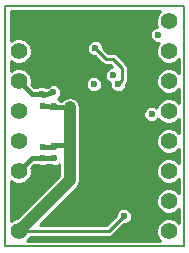
<source format=gbl>
G04 (created by PCBNEW (2013-07-07 BZR 4022)-stable) date 19-01-2014 11:17:57 PM*
%MOIN*%
G04 Gerber Fmt 3.4, Leading zero omitted, Abs format*
%FSLAX34Y34*%
G01*
G70*
G90*
G04 APERTURE LIST*
%ADD10C,0.00590551*%
%ADD11C,0.005*%
%ADD12R,0.0984X0.1701*%
%ADD13C,0.055*%
%ADD14C,0.0236*%
%ADD15C,0.01*%
%ADD16C,0.015*%
%ADD17C,0.04*%
G04 APERTURE END LIST*
G54D10*
G54D11*
X100Y50D02*
X100Y8050D01*
X6050Y50D02*
X100Y50D01*
X6050Y8050D02*
X6050Y50D01*
X100Y8050D02*
X6050Y8050D01*
G54D12*
X3225Y4075D03*
G54D13*
X5550Y550D03*
X5550Y1550D03*
X5550Y2550D03*
X5550Y3550D03*
X5550Y4550D03*
X5550Y5550D03*
X5550Y6550D03*
X5550Y7550D03*
X550Y550D03*
X550Y1550D03*
X550Y2550D03*
X550Y3550D03*
X550Y4550D03*
X550Y5550D03*
X550Y6550D03*
X550Y7550D03*
G54D14*
X3050Y5450D03*
X2900Y3250D03*
X1864Y7305D03*
X4186Y7287D03*
X3525Y3225D03*
X3200Y5050D03*
X3200Y3450D03*
X2900Y4825D03*
X3200Y3050D03*
X3525Y4050D03*
X3200Y4250D03*
X2900Y4425D03*
X3200Y2650D03*
X3232Y7269D03*
X3525Y4450D03*
X2569Y6649D03*
X5068Y6454D03*
X1852Y5973D03*
X3525Y2875D03*
X3200Y3850D03*
X3450Y900D03*
X3525Y3575D03*
X3525Y2450D03*
X3900Y3800D03*
X2625Y1175D03*
X2900Y4050D03*
X3200Y4650D03*
X2900Y3675D03*
X3900Y4225D03*
X3525Y4875D03*
X1700Y5175D03*
X1325Y5125D03*
X1725Y3000D03*
X1350Y2975D03*
X4975Y4450D03*
X3700Y5750D03*
X3100Y6650D03*
X3865Y5457D03*
X5200Y7100D03*
X4050Y1050D03*
X1725Y4725D03*
X1350Y3350D03*
X1725Y3375D03*
X1350Y4725D03*
G54D15*
X550Y7275D02*
X1852Y5973D01*
X550Y7550D02*
X550Y7275D01*
X1619Y7550D02*
X1864Y7305D01*
X2569Y6649D02*
X3057Y7269D01*
X3525Y2875D02*
X3525Y3225D01*
X3900Y4225D02*
X3900Y3800D01*
X2900Y4050D02*
X2900Y4425D01*
X3525Y4450D02*
X3525Y4875D01*
X3200Y3450D02*
X3200Y3050D01*
X550Y7550D02*
X1619Y7550D01*
X3200Y2650D02*
X3325Y2650D01*
X3200Y4250D02*
X3200Y3850D01*
X3057Y7269D02*
X3232Y7269D01*
X3325Y2650D02*
X3525Y2450D01*
G54D16*
X2625Y1175D02*
X3175Y1175D01*
G54D15*
X3525Y3575D02*
X3525Y4050D01*
X2900Y4825D02*
X3225Y4075D01*
G54D16*
X3175Y1175D02*
X3450Y900D01*
G54D15*
X2900Y3250D02*
X2900Y3675D01*
X3200Y5050D02*
X3200Y4650D01*
G54D16*
X1325Y5125D02*
X975Y5125D01*
X1350Y5100D02*
X1325Y5125D01*
X975Y5125D02*
X550Y5550D01*
X1325Y5125D02*
X1350Y5100D01*
X1350Y5100D02*
X1325Y5125D01*
X1700Y5175D02*
X1350Y5100D01*
X1350Y2975D02*
X975Y2975D01*
X1700Y2975D02*
X1350Y2975D01*
X975Y2975D02*
X550Y2550D01*
X1350Y2975D02*
X1700Y2975D01*
G54D15*
X4000Y5592D02*
X3865Y5457D01*
X4000Y5975D02*
X4000Y5592D01*
X3675Y6300D02*
X4000Y5975D01*
X3450Y6300D02*
X3675Y6300D01*
X3100Y6650D02*
X3450Y6300D01*
X3550Y550D02*
X550Y550D01*
X4050Y1050D02*
X3550Y550D01*
G54D16*
X2250Y4675D02*
X1775Y4675D01*
G54D17*
X550Y550D02*
X2250Y2250D01*
X2250Y3425D02*
X2250Y4675D01*
X2250Y2250D02*
X2250Y3425D01*
G54D16*
X1350Y3350D02*
X1725Y3350D01*
X1725Y3350D02*
X1800Y3425D01*
X1775Y4675D02*
X1350Y4725D01*
X1350Y4725D02*
X1350Y4725D01*
X1800Y3425D02*
X2250Y3425D01*
G54D10*
G36*
X1900Y2395D02*
X480Y975D01*
X466Y975D01*
X310Y911D01*
X275Y876D01*
X275Y2224D01*
X309Y2190D01*
X465Y2125D01*
X634Y2125D01*
X790Y2189D01*
X910Y2309D01*
X975Y2465D01*
X975Y2634D01*
X968Y2651D01*
X1068Y2750D01*
X1196Y2750D01*
X1198Y2748D01*
X1296Y2707D01*
X1403Y2707D01*
X1502Y2748D01*
X1504Y2750D01*
X1627Y2750D01*
X1671Y2732D01*
X1778Y2732D01*
X1877Y2773D01*
X1900Y2796D01*
X1900Y2395D01*
X1900Y2395D01*
G37*
G54D15*
X1900Y2395D02*
X480Y975D01*
X466Y975D01*
X310Y911D01*
X275Y876D01*
X275Y2224D01*
X309Y2190D01*
X465Y2125D01*
X634Y2125D01*
X790Y2189D01*
X910Y2309D01*
X975Y2465D01*
X975Y2634D01*
X968Y2651D01*
X1068Y2750D01*
X1196Y2750D01*
X1198Y2748D01*
X1296Y2707D01*
X1403Y2707D01*
X1502Y2748D01*
X1504Y2750D01*
X1627Y2750D01*
X1671Y2732D01*
X1778Y2732D01*
X1877Y2773D01*
X1900Y2796D01*
X1900Y2395D01*
G54D10*
G36*
X5875Y826D02*
X5791Y910D01*
X5635Y975D01*
X5466Y975D01*
X5310Y911D01*
X5190Y791D01*
X5125Y635D01*
X5125Y466D01*
X5189Y310D01*
X5274Y225D01*
X826Y225D01*
X910Y309D01*
X927Y350D01*
X3550Y350D01*
X3550Y351D01*
X3626Y365D01*
X3627Y365D01*
X3691Y409D01*
X4064Y782D01*
X4103Y782D01*
X4202Y823D01*
X4277Y898D01*
X4318Y996D01*
X4318Y1103D01*
X4277Y1202D01*
X4202Y1277D01*
X4200Y1278D01*
X4200Y5592D01*
X4200Y5975D01*
X4185Y6052D01*
X4141Y6116D01*
X4141Y6117D01*
X3816Y6441D01*
X3752Y6485D01*
X3675Y6500D01*
X3532Y6500D01*
X3368Y6665D01*
X3368Y6703D01*
X3327Y6802D01*
X3252Y6877D01*
X3154Y6918D01*
X3047Y6918D01*
X2948Y6877D01*
X2873Y6802D01*
X2832Y6704D01*
X2832Y6597D01*
X2873Y6498D01*
X2948Y6423D01*
X3046Y6382D01*
X3085Y6382D01*
X3308Y6159D01*
X3309Y6159D01*
X3373Y6115D01*
X3449Y6101D01*
X3450Y6100D01*
X3592Y6100D01*
X3674Y6018D01*
X3647Y6018D01*
X3548Y5977D01*
X3473Y5902D01*
X3432Y5804D01*
X3432Y5697D01*
X3473Y5598D01*
X3548Y5523D01*
X3597Y5503D01*
X3597Y5404D01*
X3638Y5305D01*
X3713Y5230D01*
X3811Y5189D01*
X3918Y5189D01*
X4017Y5230D01*
X4092Y5305D01*
X4133Y5403D01*
X4133Y5443D01*
X4141Y5450D01*
X4141Y5451D01*
X4185Y5515D01*
X4199Y5591D01*
X4200Y5592D01*
X4200Y1278D01*
X4104Y1318D01*
X3997Y1318D01*
X3898Y1277D01*
X3823Y1202D01*
X3782Y1104D01*
X3782Y1064D01*
X3468Y750D01*
X3318Y750D01*
X3318Y5396D01*
X3318Y5503D01*
X3277Y5602D01*
X3202Y5677D01*
X3104Y5718D01*
X2997Y5718D01*
X2898Y5677D01*
X2823Y5602D01*
X2782Y5504D01*
X2782Y5397D01*
X2823Y5298D01*
X2898Y5223D01*
X2996Y5182D01*
X3103Y5182D01*
X3202Y5223D01*
X3277Y5298D01*
X3318Y5396D01*
X3318Y750D01*
X1244Y750D01*
X2497Y2002D01*
X2497Y2003D01*
X2573Y2116D01*
X2599Y2250D01*
X2600Y2250D01*
X2600Y3425D01*
X2600Y4675D01*
X2573Y4809D01*
X2497Y4922D01*
X2384Y4998D01*
X2250Y5025D01*
X2116Y4998D01*
X2003Y4922D01*
X1988Y4900D01*
X1929Y4900D01*
X1877Y4952D01*
X1862Y4959D01*
X1927Y5023D01*
X1968Y5121D01*
X1968Y5228D01*
X1927Y5327D01*
X1852Y5402D01*
X1754Y5443D01*
X1647Y5443D01*
X1548Y5402D01*
X1510Y5365D01*
X1468Y5356D01*
X1379Y5393D01*
X1272Y5393D01*
X1173Y5352D01*
X1171Y5350D01*
X1068Y5350D01*
X968Y5450D01*
X975Y5465D01*
X975Y5634D01*
X911Y5790D01*
X791Y5910D01*
X635Y5975D01*
X466Y5975D01*
X310Y5911D01*
X275Y5876D01*
X275Y6224D01*
X309Y6190D01*
X465Y6125D01*
X634Y6125D01*
X790Y6189D01*
X910Y6309D01*
X975Y6465D01*
X975Y6634D01*
X911Y6790D01*
X791Y6910D01*
X635Y6975D01*
X466Y6975D01*
X310Y6911D01*
X275Y6876D01*
X275Y7875D01*
X5274Y7875D01*
X5190Y7791D01*
X5125Y7635D01*
X5125Y7466D01*
X5165Y7368D01*
X5147Y7368D01*
X5048Y7327D01*
X4973Y7252D01*
X4932Y7154D01*
X4932Y7047D01*
X4973Y6948D01*
X5048Y6873D01*
X5146Y6832D01*
X5231Y6832D01*
X5190Y6791D01*
X5125Y6635D01*
X5125Y6466D01*
X5189Y6310D01*
X5309Y6190D01*
X5465Y6125D01*
X5634Y6125D01*
X5790Y6189D01*
X5875Y6274D01*
X5875Y5826D01*
X5791Y5910D01*
X5635Y5975D01*
X5466Y5975D01*
X5310Y5911D01*
X5190Y5791D01*
X5125Y5635D01*
X5125Y5466D01*
X5189Y5310D01*
X5309Y5190D01*
X5465Y5125D01*
X5634Y5125D01*
X5790Y5189D01*
X5875Y5274D01*
X5875Y4826D01*
X5791Y4910D01*
X5635Y4975D01*
X5466Y4975D01*
X5310Y4911D01*
X5190Y4791D01*
X5137Y4667D01*
X5127Y4677D01*
X5029Y4718D01*
X4922Y4718D01*
X4823Y4677D01*
X4748Y4602D01*
X4707Y4504D01*
X4707Y4397D01*
X4748Y4298D01*
X4823Y4223D01*
X4921Y4182D01*
X5028Y4182D01*
X5127Y4223D01*
X5201Y4298D01*
X5309Y4190D01*
X5465Y4125D01*
X5634Y4125D01*
X5790Y4189D01*
X5875Y4274D01*
X5875Y3826D01*
X5791Y3910D01*
X5635Y3975D01*
X5466Y3975D01*
X5310Y3911D01*
X5190Y3791D01*
X5125Y3635D01*
X5125Y3466D01*
X5189Y3310D01*
X5309Y3190D01*
X5465Y3125D01*
X5634Y3125D01*
X5790Y3189D01*
X5875Y3274D01*
X5875Y2826D01*
X5791Y2910D01*
X5635Y2975D01*
X5466Y2975D01*
X5310Y2911D01*
X5190Y2791D01*
X5125Y2635D01*
X5125Y2466D01*
X5189Y2310D01*
X5309Y2190D01*
X5465Y2125D01*
X5634Y2125D01*
X5790Y2189D01*
X5875Y2274D01*
X5875Y1826D01*
X5791Y1910D01*
X5635Y1975D01*
X5466Y1975D01*
X5310Y1911D01*
X5190Y1791D01*
X5125Y1635D01*
X5125Y1466D01*
X5189Y1310D01*
X5309Y1190D01*
X5465Y1125D01*
X5634Y1125D01*
X5790Y1189D01*
X5875Y1274D01*
X5875Y826D01*
X5875Y826D01*
G37*
G54D15*
X5875Y826D02*
X5791Y910D01*
X5635Y975D01*
X5466Y975D01*
X5310Y911D01*
X5190Y791D01*
X5125Y635D01*
X5125Y466D01*
X5189Y310D01*
X5274Y225D01*
X826Y225D01*
X910Y309D01*
X927Y350D01*
X3550Y350D01*
X3550Y351D01*
X3626Y365D01*
X3627Y365D01*
X3691Y409D01*
X4064Y782D01*
X4103Y782D01*
X4202Y823D01*
X4277Y898D01*
X4318Y996D01*
X4318Y1103D01*
X4277Y1202D01*
X4202Y1277D01*
X4200Y1278D01*
X4200Y5592D01*
X4200Y5975D01*
X4185Y6052D01*
X4141Y6116D01*
X4141Y6117D01*
X3816Y6441D01*
X3752Y6485D01*
X3675Y6500D01*
X3532Y6500D01*
X3368Y6665D01*
X3368Y6703D01*
X3327Y6802D01*
X3252Y6877D01*
X3154Y6918D01*
X3047Y6918D01*
X2948Y6877D01*
X2873Y6802D01*
X2832Y6704D01*
X2832Y6597D01*
X2873Y6498D01*
X2948Y6423D01*
X3046Y6382D01*
X3085Y6382D01*
X3308Y6159D01*
X3309Y6159D01*
X3373Y6115D01*
X3449Y6101D01*
X3450Y6100D01*
X3592Y6100D01*
X3674Y6018D01*
X3647Y6018D01*
X3548Y5977D01*
X3473Y5902D01*
X3432Y5804D01*
X3432Y5697D01*
X3473Y5598D01*
X3548Y5523D01*
X3597Y5503D01*
X3597Y5404D01*
X3638Y5305D01*
X3713Y5230D01*
X3811Y5189D01*
X3918Y5189D01*
X4017Y5230D01*
X4092Y5305D01*
X4133Y5403D01*
X4133Y5443D01*
X4141Y5450D01*
X4141Y5451D01*
X4185Y5515D01*
X4199Y5591D01*
X4200Y5592D01*
X4200Y1278D01*
X4104Y1318D01*
X3997Y1318D01*
X3898Y1277D01*
X3823Y1202D01*
X3782Y1104D01*
X3782Y1064D01*
X3468Y750D01*
X3318Y750D01*
X3318Y5396D01*
X3318Y5503D01*
X3277Y5602D01*
X3202Y5677D01*
X3104Y5718D01*
X2997Y5718D01*
X2898Y5677D01*
X2823Y5602D01*
X2782Y5504D01*
X2782Y5397D01*
X2823Y5298D01*
X2898Y5223D01*
X2996Y5182D01*
X3103Y5182D01*
X3202Y5223D01*
X3277Y5298D01*
X3318Y5396D01*
X3318Y750D01*
X1244Y750D01*
X2497Y2002D01*
X2497Y2003D01*
X2573Y2116D01*
X2599Y2250D01*
X2600Y2250D01*
X2600Y3425D01*
X2600Y4675D01*
X2573Y4809D01*
X2497Y4922D01*
X2384Y4998D01*
X2250Y5025D01*
X2116Y4998D01*
X2003Y4922D01*
X1988Y4900D01*
X1929Y4900D01*
X1877Y4952D01*
X1862Y4959D01*
X1927Y5023D01*
X1968Y5121D01*
X1968Y5228D01*
X1927Y5327D01*
X1852Y5402D01*
X1754Y5443D01*
X1647Y5443D01*
X1548Y5402D01*
X1510Y5365D01*
X1468Y5356D01*
X1379Y5393D01*
X1272Y5393D01*
X1173Y5352D01*
X1171Y5350D01*
X1068Y5350D01*
X968Y5450D01*
X975Y5465D01*
X975Y5634D01*
X911Y5790D01*
X791Y5910D01*
X635Y5975D01*
X466Y5975D01*
X310Y5911D01*
X275Y5876D01*
X275Y6224D01*
X309Y6190D01*
X465Y6125D01*
X634Y6125D01*
X790Y6189D01*
X910Y6309D01*
X975Y6465D01*
X975Y6634D01*
X911Y6790D01*
X791Y6910D01*
X635Y6975D01*
X466Y6975D01*
X310Y6911D01*
X275Y6876D01*
X275Y7875D01*
X5274Y7875D01*
X5190Y7791D01*
X5125Y7635D01*
X5125Y7466D01*
X5165Y7368D01*
X5147Y7368D01*
X5048Y7327D01*
X4973Y7252D01*
X4932Y7154D01*
X4932Y7047D01*
X4973Y6948D01*
X5048Y6873D01*
X5146Y6832D01*
X5231Y6832D01*
X5190Y6791D01*
X5125Y6635D01*
X5125Y6466D01*
X5189Y6310D01*
X5309Y6190D01*
X5465Y6125D01*
X5634Y6125D01*
X5790Y6189D01*
X5875Y6274D01*
X5875Y5826D01*
X5791Y5910D01*
X5635Y5975D01*
X5466Y5975D01*
X5310Y5911D01*
X5190Y5791D01*
X5125Y5635D01*
X5125Y5466D01*
X5189Y5310D01*
X5309Y5190D01*
X5465Y5125D01*
X5634Y5125D01*
X5790Y5189D01*
X5875Y5274D01*
X5875Y4826D01*
X5791Y4910D01*
X5635Y4975D01*
X5466Y4975D01*
X5310Y4911D01*
X5190Y4791D01*
X5137Y4667D01*
X5127Y4677D01*
X5029Y4718D01*
X4922Y4718D01*
X4823Y4677D01*
X4748Y4602D01*
X4707Y4504D01*
X4707Y4397D01*
X4748Y4298D01*
X4823Y4223D01*
X4921Y4182D01*
X5028Y4182D01*
X5127Y4223D01*
X5201Y4298D01*
X5309Y4190D01*
X5465Y4125D01*
X5634Y4125D01*
X5790Y4189D01*
X5875Y4274D01*
X5875Y3826D01*
X5791Y3910D01*
X5635Y3975D01*
X5466Y3975D01*
X5310Y3911D01*
X5190Y3791D01*
X5125Y3635D01*
X5125Y3466D01*
X5189Y3310D01*
X5309Y3190D01*
X5465Y3125D01*
X5634Y3125D01*
X5790Y3189D01*
X5875Y3274D01*
X5875Y2826D01*
X5791Y2910D01*
X5635Y2975D01*
X5466Y2975D01*
X5310Y2911D01*
X5190Y2791D01*
X5125Y2635D01*
X5125Y2466D01*
X5189Y2310D01*
X5309Y2190D01*
X5465Y2125D01*
X5634Y2125D01*
X5790Y2189D01*
X5875Y2274D01*
X5875Y1826D01*
X5791Y1910D01*
X5635Y1975D01*
X5466Y1975D01*
X5310Y1911D01*
X5190Y1791D01*
X5125Y1635D01*
X5125Y1466D01*
X5189Y1310D01*
X5309Y1190D01*
X5465Y1125D01*
X5634Y1125D01*
X5790Y1189D01*
X5875Y1274D01*
X5875Y826D01*
M02*

</source>
